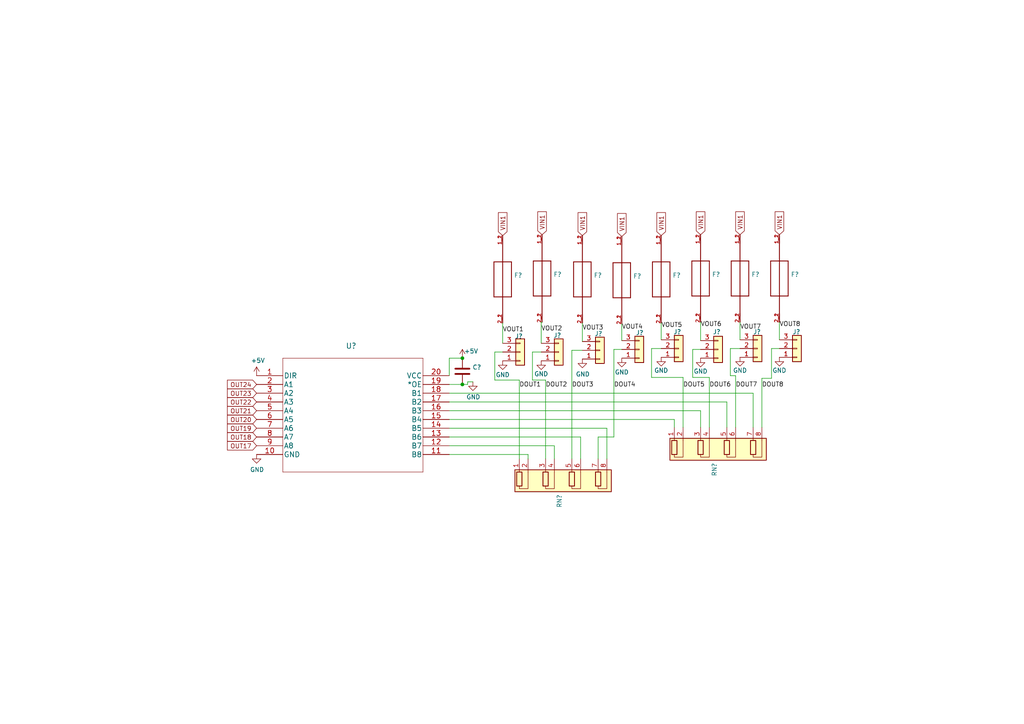
<source format=kicad_sch>
(kicad_sch (version 20211123) (generator eeschema)
  (paper "A4")
  (title_block (title "16 Expansion 24pin") (date "2022-05-09") (rev "v1") (company "Scott Hanson"))
  (lib_symbols
    (symbol "Connector_Generic:Conn_01x03" (pin_names (offset 1.016) hide)
      (property "Reference" "J" (at 0 5.08 0))
      (property "Value" "Conn_01x03" (at 0 -5.08 0))
      (symbol "Conn_01x03_1_1"
        (rectangle (start -1.27 -2.413) (end 0 -2.667) (stroke (width 0.1524)))
        (rectangle (start -1.27 0.127) (end 0 -0.127) (stroke (width 0.1524)))
        (rectangle (start -1.27 2.667) (end 0 2.413) (stroke (width 0.1524)))
        (rectangle (start -1.27 3.81) (end 1.27 -3.81) (stroke (width 0.254)) (fill (type background)))
        (pin passive line (at -5.08 2.54 0) (length 3.81) (name "Pin_1") (number "1"))
        (pin passive line (at -5.08 0 0) (length 3.81) (name "Pin_2") (number "2"))
        (pin passive line (at -5.08 -2.54 0) (length 3.81) (name "Pin_3") (number "3"))
      )
    )
    (symbol "PB_16-rescue:3544-2-Keystone_Fuse" (pin_names (offset 1.016) hide)
      (property "Reference" "F" (at -5.08 3.302 0))
      (property "Value" "3544-2-Keystone_Fuse" (at -5.08 -5.08 0))
      (symbol "3544-2-Keystone_Fuse_0_0"
        (polyline (pts (xy -12.7 0) (xy 12.7 0)) (stroke (width 0.254)))
        (polyline (pts (xy -5.08 -2.54) (xy -5.08 2.54)) (stroke (width 0.254)))
        (polyline (pts (xy -5.08 2.54) (xy 5.08 2.54)) (stroke (width 0.254)))
        (polyline (pts (xy 5.08 -2.54) (xy -5.08 -2.54)) (stroke (width 0.254)))
        (polyline (pts (xy 5.08 2.54) (xy 5.08 -2.54)) (stroke (width 0.254)))
        (pin passive line (at -12.7 0 0) (length 2.54) (name "1") (number "1_1"))
        (pin passive line (at -12.7 0 0) (length 2.54) (name "1") (number "1_2"))
        (pin passive line (at 12.7 0 180) (length 2.54) (name "2") (number "2_1"))
        (pin passive line (at 12.7 0 180) (length 2.54) (name "2") (number "2_2"))
      )
    )
    (symbol "PB_16-rescue:C-Device" (pin_numbers hide) (pin_names (offset 0.254))
      (property "Reference" "C" (at 0.635 2.54 0))
      (property "Value" "C-Device" (at 0.635 -2.54 0))
      (symbol "C-Device_0_1"
        (polyline (pts (xy -2.032 -0.762) (xy 2.032 -0.762)) (stroke (width 0.508)))
        (polyline (pts (xy -2.032 0.762) (xy 2.032 0.762)) (stroke (width 0.508)))
      )
      (symbol "C-Device_1_1"
        (pin passive line (at 0 3.81 270) (length 2.794) (name "~") (number "1"))
        (pin passive line (at 0 -3.81 90) (length 2.794) (name "~") (number "2"))
      )
    )
    (symbol "PB_16-rescue:R_Pack04_SIP-Device" (pin_names (offset 0) hide)
      (property "Reference" "RN" (at -15.24 0 90))
      (property "Value" "R_Pack04_SIP-Device" (at 15.24 0 90))
      (symbol "R_Pack04_SIP-Device_0_1"
        (rectangle (start -13.97 -1.905) (end 13.97 4.445) (stroke (width 0.254)) (fill (type background)))
        (rectangle (start -13.462 2.794) (end -11.938 -1.27) (stroke (width 0.254)))
        (rectangle (start -5.842 2.794) (end -4.318 -1.27) (stroke (width 0.254)))
        (polyline (pts (xy -12.7 2.794) (xy -12.7 3.556) (xy -10.16 3.556) (xy -10.16 -1.27)))
        (polyline (pts (xy -5.08 2.794) (xy -5.08 3.556) (xy -2.54 3.556) (xy -2.54 -1.27)))
        (polyline (pts (xy 2.54 2.794) (xy 2.54 3.556) (xy 5.08 3.556) (xy 5.08 -1.27)))
        (polyline (pts (xy 10.16 2.794) (xy 10.16 3.556) (xy 12.7 3.556) (xy 12.7 -1.27)))
        (rectangle (start 1.778 2.794) (end 3.302 -1.27) (stroke (width 0.254)))
        (rectangle (start 9.398 2.794) (end 10.922 -1.27) (stroke (width 0.254)))
      )
      (symbol "R_Pack04_SIP-Device_1_1"
        (pin passive line (at -12.7 -5.08 90) (length 3.81) (name "R1.1") (number "1"))
        (pin passive line (at -10.16 -5.08 90) (length 3.81) (name "R1.2") (number "2"))
        (pin passive line (at -5.08 -5.08 90) (length 3.81) (name "R2.1") (number "3"))
        (pin passive line (at -2.54 -5.08 90) (length 3.81) (name "R2.2") (number "4"))
        (pin passive line (at 2.54 -5.08 90) (length 3.81) (name "R3.1") (number "5"))
        (pin passive line (at 5.08 -5.08 90) (length 3.81) (name "R3.2") (number "6"))
        (pin passive line (at 10.16 -5.08 90) (length 3.81) (name "R4.1") (number "7"))
        (pin passive line (at 12.7 -5.08 90) (length 3.81) (name "R4.2") (number "8"))
      )
    )
    (symbol "PB_16-rescue:SN74HCT245N-SN74HCT245N" (pin_names (offset 0.254))
      (property "Reference" "U" (at 27.94 10.16 0))
      (property "Value" "SN74HCT245N-SN74HCT245N" (at 27.94 7.62 0))
      (symbol "SN74HCT245N-SN74HCT245N_1_0"
        (polyline (pts (xy 7.62 -27.94) (xy 48.26 -27.94)) (stroke (width 0.127)))
        (polyline (pts (xy 7.62 5.08) (xy 7.62 -27.94)) (stroke (width 0.127)))
        (polyline (pts (xy 48.26 -27.94) (xy 48.26 5.08)) (stroke (width 0.127)))
        (polyline (pts (xy 48.26 5.08) (xy 7.62 5.08)) (stroke (width 0.127)))
        (pin input line (at 0 0 0) (length 7.62) (name "DIR") (number "1"))
        (pin power_in line (at 0 -22.86 0) (length 7.62) (name "GND") (number "10"))
        (pin bidirectional line (at 55.88 -22.86 180) (length 7.62) (name "B8") (number "11"))
        (pin bidirectional line (at 55.88 -20.32 180) (length 7.62) (name "B7") (number "12"))
        (pin bidirectional line (at 55.88 -17.78 180) (length 7.62) (name "B6") (number "13"))
        (pin bidirectional line (at 55.88 -15.24 180) (length 7.62) (name "B5") (number "14"))
        (pin bidirectional line (at 55.88 -12.7 180) (length 7.62) (name "B4") (number "15"))
        (pin bidirectional line (at 55.88 -10.16 180) (length 7.62) (name "B3") (number "16"))
        (pin bidirectional line (at 55.88 -7.62 180) (length 7.62) (name "B2") (number "17"))
        (pin bidirectional line (at 55.88 -5.08 180) (length 7.62) (name "B1") (number "18"))
        (pin input line (at 55.88 -2.54 180) (length 7.62) (name "*OE") (number "19"))
        (pin bidirectional line (at 0 -2.54 0) (length 7.62) (name "A1") (number "2"))
        (pin power_in line (at 55.88 0 180) (length 7.62) (name "VCC") (number "20"))
        (pin bidirectional line (at 0 -5.08 0) (length 7.62) (name "A2") (number "3"))
        (pin bidirectional line (at 0 -7.62 0) (length 7.62) (name "A3") (number "4"))
        (pin bidirectional line (at 0 -10.16 0) (length 7.62) (name "A4") (number "5"))
        (pin bidirectional line (at 0 -12.7 0) (length 7.62) (name "A5") (number "6"))
        (pin bidirectional line (at 0 -15.24 0) (length 7.62) (name "A6") (number "7"))
        (pin bidirectional line (at 0 -17.78 0) (length 7.62) (name "A7") (number "8"))
        (pin bidirectional line (at 0 -20.32 0) (length 7.62) (name "A8") (number "9"))
      )
    )
    (symbol "power:+5V" (power) (pin_names (offset 0))
      (property "Value" "+5V" (at 0 3.556 0))
      (symbol "+5V_0_1"
        (polyline (pts (xy -0.762 1.27) (xy 0 2.54)))
        (polyline (pts (xy 0 0) (xy 0 2.54)))
        (polyline (pts (xy 0 2.54) (xy 0.762 1.27)))
      )
      (symbol "+5V_1_1"
        (pin power_in line (at 0 0 90) (length 0) hide (name "+5V") (number "1"))
      )
    )
    (symbol "power:GND" (power) (pin_names (offset 0))
      (property "Value" "GND" (at 0 -3.81 0))
      (symbol "GND_0_1"
        (polyline (pts (xy 0 0) (xy 0 -1.27) (xy 1.27 -1.27) (xy 0 -2.54) (xy -1.27 -1.27) (xy 0 -1.27)))
      )
      (symbol "GND_1_1"
        (pin power_in line (at 0 0 270) (length 0) hide (name "GND") (number "1"))
      )
    )
  )
  (junction (at 134.112 103.886))
  (junction (at 134.112 111.506))
  (wire (pts (xy 173.482 126.746) (xy 173.482 133.096)))
  (wire (pts (xy 130.302 129.286) (xy 160.782 129.286)))
  (wire (pts (xy 210.82 116.586) (xy 210.82 123.952)))
  (wire (pts (xy 188.976 101.092) (xy 188.976 109.474)))
  (wire (pts (xy 137.16 110.744) (xy 135.636 110.744)))
  (wire (pts (xy 188.976 109.474) (xy 198.12 109.474)))
  (wire (pts (xy 203.2 101.346) (xy 200.914 101.346)))
  (wire (pts (xy 154.432 110.236) (xy 154.432 102.108)))
  (wire (pts (xy 143.51 110.236) (xy 143.51 102.108)))
  (wire (pts (xy 211.836 108.966) (xy 211.836 101.092)))
  (wire (pts (xy 200.914 101.346) (xy 200.914 109.474)))
  (wire (pts (xy 150.622 110.236) (xy 143.51 110.236)))
  (wire (pts (xy 130.302 126.746) (xy 168.402 126.746)))
  (wire (pts (xy 130.302 119.126) (xy 203.2 119.126)))
  (wire (pts (xy 156.972 99.568) (xy 156.972 93.472)))
  (wire (pts (xy 198.12 109.474) (xy 198.12 123.952)))
  (wire (pts (xy 165.862 101.6) (xy 168.91 101.6)))
  (wire (pts (xy 145.796 93.726) (xy 145.796 99.568)))
  (wire (pts (xy 211.836 101.092) (xy 214.63 101.092)))
  (wire (pts (xy 130.302 131.826) (xy 153.162 131.826)))
  (wire (pts (xy 168.91 93.726) (xy 168.91 99.06)))
  (wire (pts (xy 191.77 98.552) (xy 191.77 93.726)))
  (wire (pts (xy 135.636 111.506) (xy 134.112 111.506)))
  (wire (pts (xy 176.022 124.206) (xy 176.022 133.096)))
  (wire (pts (xy 150.622 133.096) (xy 150.622 110.236)))
  (wire (pts (xy 223.774 109.728) (xy 223.774 101.092)))
  (wire (pts (xy 223.774 101.092) (xy 226.06 101.092)))
  (wire (pts (xy 214.63 93.472) (xy 214.63 98.552)))
  (wire (pts (xy 130.302 116.586) (xy 210.82 116.586)))
  (wire (pts (xy 180.34 98.806) (xy 180.34 93.98)))
  (wire (pts (xy 134.112 111.506) (xy 130.302 111.506)))
  (wire (pts (xy 130.302 114.046) (xy 218.44 114.046)))
  (wire (pts (xy 130.302 124.206) (xy 176.022 124.206)))
  (wire (pts (xy 158.242 110.236) (xy 154.432 110.236)))
  (wire (pts (xy 200.914 109.474) (xy 205.74 109.474)))
  (wire (pts (xy 195.58 121.666) (xy 195.58 123.952)))
  (wire (pts (xy 160.782 129.286) (xy 160.782 133.096)))
  (wire (pts (xy 153.162 131.826) (xy 153.162 133.096)))
  (wire (pts (xy 130.302 103.886) (xy 130.302 108.966)))
  (wire (pts (xy 220.98 123.952) (xy 220.98 109.728)))
  (wire (pts (xy 134.112 103.886) (xy 130.302 103.886)))
  (wire (pts (xy 135.636 110.744) (xy 135.636 111.506)))
  (wire (pts (xy 203.2 123.952) (xy 203.2 119.126)))
  (wire (pts (xy 213.36 108.966) (xy 211.836 108.966)))
  (wire (pts (xy 165.862 133.096) (xy 165.862 101.6)))
  (wire (pts (xy 203.2 93.472) (xy 203.2 98.806)))
  (wire (pts (xy 168.402 126.746) (xy 168.402 133.096)))
  (wire (pts (xy 130.302 121.666) (xy 195.58 121.666)))
  (wire (pts (xy 220.98 109.728) (xy 223.774 109.728)))
  (wire (pts (xy 180.34 101.346) (xy 178.054 101.346)))
  (wire (pts (xy 213.36 123.952) (xy 213.36 108.966)))
  (wire (pts (xy 156.972 93.472) (xy 157.226 93.472)))
  (wire (pts (xy 191.77 101.092) (xy 188.976 101.092)))
  (wire (pts (xy 178.054 126.746) (xy 173.482 126.746)))
  (wire (pts (xy 205.74 109.474) (xy 205.74 123.952)))
  (wire (pts (xy 178.054 101.346) (xy 178.054 126.746)))
  (wire (pts (xy 226.06 98.552) (xy 226.06 93.472)))
  (wire (pts (xy 218.44 114.046) (xy 218.44 123.952)))
  (wire (pts (xy 158.242 133.096) (xy 158.242 110.236)))
  (wire (pts (xy 156.972 102.108) (xy 154.432 102.108)))
  (wire (pts (xy 143.51 102.108) (xy 145.796 102.108)))
  (label "VOUT6" (at 203.2 94.996 0))
  (label "VOUT5" (at 191.77 95.25 0))
  (label "DOUT1" (at 150.622 112.522 0))
  (label "DOUT2" (at 158.242 112.522 0))
  (label "DOUT5" (at 198.12 112.522 0))
  (label "DOUT7" (at 213.36 112.522 0))
  (label "VOUT4" (at 180.34 95.758 0))
  (label "VOUT7" (at 214.63 95.758 0))
  (label "VOUT3" (at 168.91 96.012 0))
  (label "DOUT4" (at 178.054 112.522 0))
  (label "VOUT2" (at 156.972 96.266 0))
  (label "DOUT3" (at 165.862 112.522 0))
  (label "VOUT8" (at 226.06 94.996 0))
  (label "VOUT1" (at 145.796 96.52 0))
  (label "DOUT8" (at 220.98 112.522 0))
  (label "DOUT6" (at 205.74 112.522 0))
  (global_label "VIN1" (shape input) (at 180.34 68.58 90) (property "Intersheet References" "${INTERSHEET_REFS}" (effects hide)))
  (global_label "OUT22" (shape input) (at 74.422 116.586 180) (property "Intersheet References" "${INTERSHEET_REFS}" (effects hide)))
  (global_label "VIN1" (shape input) (at 168.91 68.326 90) (property "Intersheet References" "${INTERSHEET_REFS}" (effects hide)))
  (global_label "VIN1" (shape input) (at 226.06 68.072 90) (property "Intersheet References" "${INTERSHEET_REFS}" (effects hide)))
  (global_label "OUT24" (shape input) (at 74.422 111.506 180) (property "Intersheet References" "${INTERSHEET_REFS}" (effects hide)))
  (global_label "VIN1" (shape input) (at 191.77 68.326 90) (property "Intersheet References" "${INTERSHEET_REFS}" (effects hide)))
  (global_label "VIN1" (shape input) (at 157.226 68.072 90) (property "Intersheet References" "${INTERSHEET_REFS}" (effects hide)))
  (global_label "VIN1" (shape input) (at 214.63 68.072 90) (property "Intersheet References" "${INTERSHEET_REFS}" (effects hide)))
  (global_label "OUT19" (shape input) (at 74.422 124.206 180) (property "Intersheet References" "${INTERSHEET_REFS}" (effects hide)))
  (global_label "OUT17" (shape input) (at 74.422 129.286 180) (property "Intersheet References" "${INTERSHEET_REFS}" (effects hide)))
  (global_label "OUT21" (shape input) (at 74.422 119.126 180) (property "Intersheet References" "${INTERSHEET_REFS}" (effects hide)))
  (global_label "OUT20" (shape input) (at 74.422 121.666 180) (property "Intersheet References" "${INTERSHEET_REFS}" (effects hide)))
  (global_label "VIN1" (shape input) (at 203.2 68.072 90) (property "Intersheet References" "${INTERSHEET_REFS}" (effects hide)))
  (global_label "OUT23" (shape input) (at 74.422 114.046 180) (property "Intersheet References" "${INTERSHEET_REFS}" (effects hide)))
  (global_label "VIN1" (shape input) (at 145.796 68.326 90) (property "Intersheet References" "${INTERSHEET_REFS}" (effects hide)))
  (global_label "OUT18" (shape input) (at 74.422 126.746 180) (property "Intersheet References" "${INTERSHEET_REFS}" (effects hide)))
  (symbol (lib_id "Connector_Generic:Conn_01x03") (at 150.876 102.108 0) (mirror x) (unit 1)
    (property "Reference" "J?" (at 149.352 97.536 0) (effects (justify left)))
    (property "Digi-Key_PN" "277-5737-ND/ED10555-ND" (effects hide))
    (property "MPN" "1843619/OSTTJ0311530" (effects hide))
  )
  (symbol (lib_id "Connector_Generic:Conn_01x03") (at 162.052 102.108 0) (mirror x) (unit 1)
    (property "Reference" "J?" (at 160.528 97.282 0) (effects (justify left)))
    (property "Digi-Key_PN" "277-5737-ND/ED10555-ND" (effects hide))
    (property "MPN" "1843619/OSTTJ0311530" (effects hide))
  )
  (symbol (lib_id "Connector_Generic:Conn_01x03") (at 173.99 101.6 0) (mirror x) (unit 1)
    (property "Reference" "J?" (at 172.466 96.774 0) (effects (justify left)))
    (property "Digi-Key_PN" "277-5737-ND/ED10555-ND" (effects hide))
    (property "MPN" "1843619/OSTTJ0311530" (effects hide))
  )
  (symbol (lib_id "Connector_Generic:Conn_01x03") (at 185.42 101.346 0) (mirror x) (unit 1)
    (property "Reference" "J?" (at 184.404 96.52 0) (effects (justify left)))
    (property "Digi-Key_PN" "277-5737-ND/ED10555-ND" (effects hide))
    (property "MPN" "1843619/OSTTJ0311530" (effects hide))
  )
  (symbol (lib_id "Connector_Generic:Conn_01x03") (at 196.85 101.092 0) (mirror x) (unit 1)
    (property "Reference" "J?" (at 195.326 96.266 0) (effects (justify left)))
    (property "Digi-Key_PN" "277-5737-ND/ED10555-ND" (effects hide))
    (property "MPN" "1843619/OSTTJ0311530" (effects hide))
  )
  (symbol (lib_id "Connector_Generic:Conn_01x03") (at 208.28 101.346 0) (mirror x) (unit 1)
    (property "Reference" "J?" (at 206.756 96.266 0) (effects (justify left)))
    (property "Digi-Key_PN" "277-5737-ND/ED10555-ND" (effects hide))
    (property "MPN" "1843619/OSTTJ0311530" (effects hide))
  )
  (symbol (lib_id "Connector_Generic:Conn_01x03") (at 219.71 101.092 0) (mirror x) (unit 1)
    (property "Reference" "J?" (at 218.44 96.266 0) (effects (justify left)))
    (property "Digi-Key_PN" "277-5737-ND/ED10555-ND" (effects hide))
    (property "MPN" "1843619/OSTTJ0311530" (effects hide))
  )
  (symbol (lib_id "Connector_Generic:Conn_01x03") (at 231.14 101.092 0) (mirror x) (unit 1)
    (property "Reference" "J?" (at 229.87 96.266 0) (effects (justify left)))
    (property "Digi-Key_PN" "277-5737-ND/ED10555-ND" (effects hide))
    (property "MPN" "1843619/OSTTJ0311530" (effects hide))
  )
  (symbol (lib_id "power:GND") (at 145.796 104.648 0) (unit 1)
    (property "Reference" "#PWR?" (effects hide))
  )
  (symbol (lib_id "power:GND") (at 156.972 104.648 0) (unit 1)
    (property "Reference" "#PWR?" (effects hide))
  )
  (symbol (lib_id "power:GND") (at 168.91 104.14 0) (unit 1)
    (property "Reference" "#PWR?" (effects hide))
  )
  (symbol (lib_id "power:GND") (at 180.34 103.886 0) (unit 1)
    (property "Reference" "#PWR?" (effects hide))
  )
  (symbol (lib_id "power:GND") (at 191.77 103.632 0) (unit 1)
    (property "Reference" "#PWR?" (effects hide))
  )
  (symbol (lib_id "power:GND") (at 203.2 103.886 0) (unit 1)
    (property "Reference" "#PWR?" (effects hide))
  )
  (symbol (lib_id "power:GND") (at 214.63 103.632 0) (unit 1)
    (property "Reference" "#PWR?" (effects hide))
  )
  (symbol (lib_id "power:GND") (at 226.06 103.632 0) (unit 1)
    (property "Reference" "#PWR?" (effects hide))
  )
  (symbol (lib_id "PB_16-rescue:3544-2-Keystone_Fuse") (at 157.226 80.772 270) (unit 1)
    (property "Reference" "F?" (at 160.528 79.6036 90) (effects (justify left)))
    (property "Field4" "3544-2" (effects hide))
    (property "Field5" "None" (effects hide))
    (property "Field6" "Unavailable" (effects hide))
    (property "Field7" "Fuse Clip; 500 VAC; 30 A; PCB; For 0.110 in. x 0.032 in. mini blade fuses" (effects hide))
    (property "Field8" "Keystone Electronics" (effects hide))
    (property "Digi-Key_PN" "36-3544-2-ND" (effects hide))
    (property "MPN" "3544-2" (effects hide))
  )
  (symbol (lib_id "PB_16-rescue:3544-2-Keystone_Fuse") (at 168.91 81.026 270) (unit 1)
    (property "Reference" "F?" (at 172.212 79.8576 90) (effects (justify left)))
    (property "Field4" "3544-2" (effects hide))
    (property "Field5" "None" (effects hide))
    (property "Field6" "Unavailable" (effects hide))
    (property "Field7" "Fuse Clip; 500 VAC; 30 A; PCB; For 0.110 in. x 0.032 in. mini blade fuses" (effects hide))
    (property "Field8" "Keystone Electronics" (effects hide))
    (property "Digi-Key_PN" "36-3544-2-ND" (effects hide))
    (property "MPN" "3544-2" (effects hide))
  )
  (symbol (lib_id "PB_16-rescue:3544-2-Keystone_Fuse") (at 180.34 81.28 270) (unit 1)
    (property "Reference" "F?" (at 183.642 80.1116 90) (effects (justify left)))
    (property "Field4" "3544-2" (effects hide))
    (property "Field5" "None" (effects hide))
    (property "Field6" "Unavailable" (effects hide))
    (property "Field7" "Fuse Clip; 500 VAC; 30 A; PCB; For 0.110 in. x 0.032 in. mini blade fuses" (effects hide))
    (property "Field8" "Keystone Electronics" (effects hide))
    (property "Digi-Key_PN" "36-3544-2-ND" (effects hide))
    (property "MPN" "3544-2" (effects hide))
  )
  (symbol (lib_id "PB_16-rescue:3544-2-Keystone_Fuse") (at 191.77 81.026 270) (unit 1)
    (property "Reference" "F?" (at 195.072 79.8576 90) (effects (justify left)))
    (property "Field4" "3544-2" (effects hide))
    (property "Field5" "None" (effects hide))
    (property "Field6" "Unavailable" (effects hide))
    (property "Field7" "Fuse Clip; 500 VAC; 30 A; PCB; For 0.110 in. x 0.032 in. mini blade fuses" (effects hide))
    (property "Field8" "Keystone Electronics" (effects hide))
    (property "Digi-Key_PN" "36-3544-2-ND" (effects hide))
    (property "MPN" "3544-2" (effects hide))
  )
  (symbol (lib_id "PB_16-rescue:3544-2-Keystone_Fuse") (at 203.2 80.772 270) (unit 1)
    (property "Reference" "F?" (at 206.502 79.6036 90) (effects (justify left)))
    (property "Field4" "3544-2" (effects hide))
    (property "Field5" "None" (effects hide))
    (property "Field6" "Unavailable" (effects hide))
    (property "Field7" "Fuse Clip; 500 VAC; 30 A; PCB; For 0.110 in. x 0.032 in. mini blade fuses" (effects hide))
    (property "Field8" "Keystone Electronics" (effects hide))
    (property "Digi-Key_PN" "36-3544-2-ND" (effects hide))
    (property "MPN" "3544-2" (effects hide))
  )
  (symbol (lib_id "PB_16-rescue:3544-2-Keystone_Fuse") (at 214.63 80.772 270) (unit 1)
    (property "Reference" "F?" (at 217.932 79.6036 90) (effects (justify left)))
    (property "Field4" "3544-2" (effects hide))
    (property "Field5" "None" (effects hide))
    (property "Field6" "Unavailable" (effects hide))
    (property "Field7" "Fuse Clip; 500 VAC; 30 A; PCB; For 0.110 in. x 0.032 in. mini blade fuses" (effects hide))
    (property "Field8" "Keystone Electronics" (effects hide))
    (property "Digi-Key_PN" "36-3544-2-ND" (effects hide))
    (property "MPN" "3544-2" (effects hide))
  )
  (symbol (lib_id "PB_16-rescue:3544-2-Keystone_Fuse") (at 226.06 80.772 270) (unit 1)
    (property "Reference" "F?" (at 229.362 79.6036 90) (effects (justify left)))
    (property "Field4" "3544-2" (effects hide))
    (property "Field5" "None" (effects hide))
    (property "Field6" "Unavailable" (effects hide))
    (property "Field7" "Fuse Clip; 500 VAC; 30 A; PCB; For 0.110 in. x 0.032 in. mini blade fuses" (effects hide))
    (property "Field8" "Keystone Electronics" (effects hide))
    (property "Digi-Key_PN" "36-3544-2-ND" (effects hide))
    (property "MPN" "3544-2" (effects hide))
  )
  (symbol (lib_id "power:GND") (at 137.16 110.744 0) (unit 1)
    (property "Reference" "#PWR?" (effects hide))
  )
  (symbol (lib_id "power:+5V") (at 74.422 108.966 0) (unit 1)
    (property "Reference" "#PWR?" (effects hide))
  )
  (symbol (lib_id "power:GND") (at 74.422 131.826 0) (unit 1)
    (property "Reference" "#PWR?" (effects hide))
  )
  (symbol (lib_id "PB_16-rescue:C-Device") (at 134.112 107.696 0) (unit 1)
    (property "Reference" "C?" (at 137.033 106.5276 0) (effects (justify left)))
    (property "Digi-Key_PN" "478-7336-1-ND" (effects hide))
    (property "MPN" "SR215C104KARTR1" (effects hide))
  )
  (symbol (lib_id "power:+5V") (at 134.112 103.886 0) (unit 1)
    (property "Reference" "#PWR?" (effects hide))
  )
  (symbol (lib_id "PB_16-rescue:R_Pack04_SIP-Device") (at 208.28 129.032 0) (mirror x) (unit 1)
    (property "Reference" "RN?" (at 207.2132 134.239 90) (effects (justify left)))
    (property "Datasheet" "http://www.vishay.com/docs/31509/csc.pdf" (effects hide))
    (property "Digi-Key_PN" "4608X-2-330LF-ND" (effects hide))
    (property "MPN" "4608X-102-330LF" (effects hide))
  )
  (symbol (lib_id "PB_16-rescue:SN74HCT245N-SN74HCT245N") (at 74.422 108.966 0) (unit 1)
    (property "Reference" "U?" (at 101.854 100.33 0) (effects (font (size 1.524 1.524))))
    (property "Digi-Key_PN" "296-1612-5-ND" (effects hide))
    (property "MPN" "SN74HCT245N" (effects hide))
  )
  (symbol (lib_id "PB_16-rescue:3544-2-Keystone_Fuse") (at 145.796 81.026 270) (unit 1)
    (property "Reference" "F?" (at 149.098 79.8576 90) (effects (justify left)))
    (property "Field4" "3544-2" (effects hide))
    (property "Field5" "None" (effects hide))
    (property "Field6" "Unavailable" (effects hide))
    (property "Field7" "Fuse Clip; 500 VAC; 30 A; PCB; For 0.110 in. x 0.032 in. mini blade fuses" (effects hide))
    (property "Field8" "Keystone Electronics" (effects hide))
    (property "Digi-Key_PN" "36-3544-2-ND" (effects hide))
    (property "MPN" "3544-2" (effects hide))
  )
  (symbol (lib_id "PB_16-rescue:R_Pack04_SIP-Device") (at 163.322 138.176 0) (mirror x) (unit 1)
    (property "Reference" "RN?" (at 162.2552 143.383 90) (effects (justify left)))
    (property "Datasheet" "http://www.vishay.com/docs/31509/csc.pdf" (effects hide))
    (property "Digi-Key_PN" "4608X-2-330LF-ND" (effects hide))
    (property "MPN" "4608X-102-330LF" (effects hide))
  )
)
</source>
